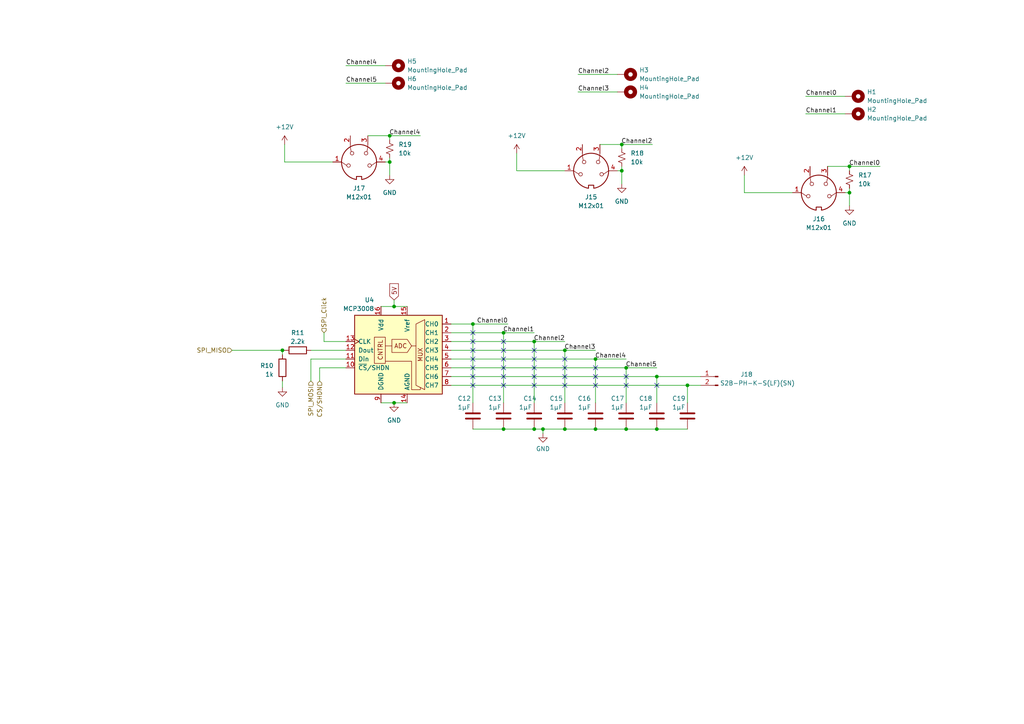
<source format=kicad_sch>
(kicad_sch (version 20230121) (generator eeschema)
  (paper "A4")
  (lib_symbols
    (symbol "Analog_ADC:MCP3008" (pin_names (offset 1.016))
      (property "Reference" "U" (at -5.08 13.335 0))
      (property "Value" "MCP3008" (at -5.08 11.43 0))
      (symbol "MCP3008_0_0"
        (text "ADC" (at -0.635 1.27 0) (effects (font (size 1.27 1.27))))
        (text "CNTRL" (at 5.969 -2.921 900) (effects (font (size 1.27 1.27)) (justify left bottom)))
        (text "MUX" (at -6.35 -1.27 900) (effects (font (size 1.27 1.27))))
      )
      (symbol "MCP3008_0_1"
        (polyline (pts (xy -3.81 1.27) (xy -5.08 1.27)))
        (polyline (pts (xy 1.905 1.27) (xy 3.81 1.27)))
        (polyline (pts (xy -7.62 8.89) (xy -7.62 -11.43) (xy -5.08 -10.16) (xy -5.08 7.62) (xy -7.62 8.89)))
        (polyline (pts (xy 3.81 -3.175) (xy -3.81 -3.175) (xy -3.81 -11.43) (xy -6.35 -11.43) (xy -6.35 -10.795)))
        (polyline (pts (xy 1.905 3.175) (xy 1.905 -0.635) (xy -2.54 -0.635) (xy -3.81 1.27) (xy -2.54 3.175) (xy 1.905 3.175)))
        (rectangle (start 3.81 -3.81) (end 6.985 3.81))
        (rectangle (start 12.7 -12.7) (end -12.7 10.16) (stroke (width 0.254)) (fill (type background)))
      )
      (symbol "MCP3008_1_1"
        (pin input line (at -15.24 7.62 0) (length 2.54) (name "CH0") (number "1"))
        (pin input line (at 15.24 -5.08 180) (length 2.54) (name "~{CS}/SHDN") (number "10"))
        (pin input line (at 15.24 -2.54 180) (length 2.54) (name "Din") (number "11"))
        (pin output line (at 15.24 0 180) (length 2.54) (name "Dout") (number "12"))
        (pin input clock (at 15.24 2.54 180) (length 2.54) (name "CLK") (number "13"))
        (pin power_in line (at -2.54 -15.24 90) (length 2.54) (name "AGND") (number "14"))
        (pin power_in line (at -2.54 12.7 270) (length 2.54) (name "Vref") (number "15"))
        (pin power_in line (at 5.08 12.7 270) (length 2.54) (name "Vdd") (number "16"))
        (pin input line (at -15.24 5.08 0) (length 2.54) (name "CH1") (number "2"))
        (pin input line (at -15.24 2.54 0) (length 2.54) (name "CH2") (number "3"))
        (pin input line (at -15.24 0 0) (length 2.54) (name "CH3") (number "4"))
        (pin input line (at -15.24 -2.54 0) (length 2.54) (name "CH4") (number "5"))
        (pin input line (at -15.24 -5.08 0) (length 2.54) (name "CH5") (number "6"))
        (pin input line (at -15.24 -7.62 0) (length 2.54) (name "CH6") (number "7"))
        (pin input line (at -15.24 -10.16 0) (length 2.54) (name "CH7") (number "8"))
        (pin power_in line (at 5.08 -15.24 90) (length 2.54) (name "DGND") (number "9"))
      )
    )
    (symbol "Connector:Conn_01x02_Pin" (pin_names (offset 1.016) hide)
      (property "Reference" "J" (at 0 2.54 0))
      (property "Value" "Conn_01x02_Pin" (at 0 -5.08 0))
      (symbol "Conn_01x02_Pin_1_1"
        (polyline (pts (xy 1.27 -2.54) (xy 0.8636 -2.54)) (stroke (width 0.1524)))
        (polyline (pts (xy 1.27 0) (xy 0.8636 0)) (stroke (width 0.1524)))
        (rectangle (start 0.8636 -2.413) (end 0 -2.667) (stroke (width 0.1524)) (fill (type outline)))
        (rectangle (start 0.8636 0.127) (end 0 -0.127) (stroke (width 0.1524)) (fill (type outline)))
        (pin passive line (at 5.08 0 180) (length 3.81) (name "Pin_1") (number "1"))
        (pin passive line (at 5.08 -2.54 180) (length 3.81) (name "Pin_2") (number "2"))
      )
    )
    (symbol "Connector:DIN-4" (pin_names (offset 1.016))
      (property "Reference" "J" (at 5.334 5.08 0))
      (property "Value" "DIN-4" (at 0 -6.35 0))
      (symbol "DIN-4_0_1"
        (arc (start -5.08 0) (mid -3.8609 -3.3364) (end -0.762 -5.08) (stroke (width 0.254)))
        (circle (center -3.048 -1.016) (radius 0.508))
        (circle (center -2.032 2.54) (radius 0.508))
        (polyline (pts (xy -3.556 -1.016) (xy -5.08 0)))
        (polyline (pts (xy 5.08 0) (xy 3.556 -1.016)))
        (polyline (pts (xy -2.54 5.08) (xy -2.54 4.318) (xy -2.286 3.048)))
        (polyline (pts (xy 2.54 5.08) (xy 2.54 4.318) (xy 2.286 3.048)))
        (polyline (pts (xy -0.762 -4.953) (xy -0.762 -4.191) (xy 0.762 -4.191) (xy 0.762 -4.953)) (stroke (width 0.254)))
        (arc (start 0.762 -5.08) (mid 3.8685 -3.343) (end 5.08 0) (stroke (width 0.254)))
        (circle (center 2.032 2.54) (radius 0.508))
        (circle (center 3.048 -1.016) (radius 0.508))
        (arc (start 5.08 0) (mid 0 5.0579) (end -5.08 0) (stroke (width 0.254)))
      )
      (symbol "DIN-4_1_1"
        (pin passive line (at -7.62 0 0) (length 2.54) (name "~") (number "1"))
        (pin passive line (at -2.54 7.62 270) (length 2.54) (name "~") (number "2"))
        (pin passive line (at 2.54 7.62 270) (length 2.54) (name "~") (number "3"))
        (pin passive line (at 7.62 0 180) (length 2.54) (name "~") (number "4"))
      )
    )
    (symbol "Device:C" (pin_numbers hide) (pin_names (offset 0.254))
      (property "Reference" "C" (at 0.635 2.54 0))
      (property "Value" "C" (at 0.635 -2.54 0))
      (symbol "C_0_1"
        (polyline (pts (xy -2.032 -0.762) (xy 2.032 -0.762)) (stroke (width 0.508)))
        (polyline (pts (xy -2.032 0.762) (xy 2.032 0.762)) (stroke (width 0.508)))
      )
      (symbol "C_1_1"
        (pin passive line (at 0 3.81 270) (length 2.794) (name "~") (number "1"))
        (pin passive line (at 0 -3.81 90) (length 2.794) (name "~") (number "2"))
      )
    )
    (symbol "Device:R" (pin_numbers hide) (pin_names (offset 0))
      (property "Reference" "R" (at 2.032 0 90))
      (property "Value" "R" (at 0 0 90))
      (symbol "R_0_1"
        (rectangle (start -1.016 -2.54) (end 1.016 2.54) (stroke (width 0.254)))
      )
      (symbol "R_1_1"
        (pin passive line (at 0 3.81 270) (length 1.27) (name "~") (number "1"))
        (pin passive line (at 0 -3.81 90) (length 1.27) (name "~") (number "2"))
      )
    )
    (symbol "Device:R_Small_US" (pin_numbers hide) (pin_names (offset 0.254) hide)
      (property "Reference" "R" (at 0.762 0.508 0))
      (property "Value" "R_Small_US" (at 0.762 -1.016 0))
      (symbol "R_Small_US_1_1"
        (polyline (pts (xy 0 0) (xy 1.016 -0.381) (xy 0 -0.762) (xy -1.016 -1.143) (xy 0 -1.524)))
        (polyline (pts (xy 0 1.524) (xy 1.016 1.143) (xy 0 0.762) (xy -1.016 0.381) (xy 0 0)))
        (pin passive line (at 0 2.54 270) (length 1.016) (name "~") (number "1"))
        (pin passive line (at 0 -2.54 90) (length 1.016) (name "~") (number "2"))
      )
    )
    (symbol "Mechanical:MountingHole_Pad" (pin_numbers hide) (pin_names (offset 1.016) hide)
      (property "Reference" "H" (at 0 6.35 0))
      (property "Value" "MountingHole_Pad" (at 0 4.445 0))
      (symbol "MountingHole_Pad_0_1"
        (circle (center 0 1.27) (radius 1.27) (stroke (width 1.27)))
      )
      (symbol "MountingHole_Pad_1_1"
        (pin input line (at 0 -2.54 90) (length 2.54) (name "1") (number "1"))
      )
    )
    (symbol "power:+12V" (power) (pin_names (offset 0))
      (property "Value" "+12V" (at 0 3.556 0))
      (symbol "+12V_0_1"
        (polyline (pts (xy -0.762 1.27) (xy 0 2.54)))
        (polyline (pts (xy 0 0) (xy 0 2.54)))
        (polyline (pts (xy 0 2.54) (xy 0.762 1.27)))
      )
      (symbol "+12V_1_1"
        (pin power_in line (at 0 0 90) (length 0) hide (name "+12V") (number "1"))
      )
    )
    (symbol "power:GND" (power) (pin_names (offset 0))
      (property "Value" "GND" (at 0 -3.81 0))
      (symbol "GND_0_1"
        (polyline (pts (xy 0 0) (xy 0 -1.27) (xy 1.27 -1.27) (xy 0 -2.54) (xy -1.27 -1.27) (xy 0 -1.27)))
      )
      (symbol "GND_1_1"
        (pin power_in line (at 0 0 270) (length 0) hide (name "GND") (number "1"))
      )
    )
  )
  (junction (at 154.94 99.06))
  (junction (at 163.83 124.46))
  (junction (at 181.61 124.46))
  (junction (at 137.16 93.98))
  (junction (at 172.72 104.14))
  (junction (at 172.72 124.46))
  (junction (at 246.38 48.26))
  (junction (at 190.5 124.46))
  (junction (at 113.03 39.37))
  (junction (at 246.38 55.88))
  (junction (at 113.03 46.99))
  (junction (at 154.94 124.46))
  (junction (at 180.34 41.91))
  (junction (at 146.05 124.46))
  (junction (at 114.3 116.84))
  (junction (at 190.5 109.22))
  (junction (at 114.3 88.9))
  (junction (at 81.915 101.6))
  (junction (at 163.83 101.6))
  (junction (at 146.05 96.52))
  (junction (at 180.34 49.53))
  (junction (at 157.48 124.46))
  (junction (at 181.61 106.68))
  (junction (at 199.39 111.76))
  (no_connect (at 137.16 104.14))
  (no_connect (at 137.16 101.6))
  (no_connect (at 146.05 104.14))
  (no_connect (at 146.05 109.22))
  (no_connect (at 137.16 111.76))
  (no_connect (at 146.05 106.68))
  (no_connect (at 137.16 96.52))
  (no_connect (at 137.16 109.22))
  (no_connect (at 154.94 111.76))
  (no_connect (at 154.94 109.22))
  (no_connect (at 163.83 104.14))
  (no_connect (at 154.94 101.6))
  (no_connect (at 172.72 111.76))
  (no_connect (at 163.83 109.22))
  (no_connect (at 137.16 106.68))
  (no_connect (at 172.72 106.68))
  (no_connect (at 181.61 109.22))
  (no_connect (at 146.05 101.6))
  (no_connect (at 137.16 99.06))
  (no_connect (at 146.05 99.06))
  (no_connect (at 181.61 111.76))
  (no_connect (at 190.5 111.76))
  (no_connect (at 146.05 111.76))
  (no_connect (at 163.83 111.76))
  (no_connect (at 172.72 109.22))
  (no_connect (at 163.83 106.68))
  (no_connect (at 154.94 106.68))
  (no_connect (at 154.94 104.14))
  (wire (pts (xy 149.86 49.53) (xy 163.83 49.53)))
  (wire (pts (xy 163.83 101.6) (xy 172.72 101.6)))
  (wire (pts (xy 255.27 48.26) (xy 246.38 48.26)))
  (wire (pts (xy 130.81 111.76) (xy 199.39 111.76)))
  (wire (pts (xy 163.83 124.46) (xy 157.48 124.46)))
  (wire (pts (xy 146.05 96.52) (xy 154.94 96.52)))
  (wire (pts (xy 111.76 46.99) (xy 113.03 46.99)))
  (wire (pts (xy 190.5 124.46) (xy 181.61 124.46)))
  (wire (pts (xy 81.915 110.49) (xy 81.915 112.395)))
  (wire (pts (xy 100.33 19.05) (xy 111.76 19.05)))
  (wire (pts (xy 90.17 110.49) (xy 90.17 104.14)))
  (wire (pts (xy 215.9 50.8) (xy 215.9 55.88)))
  (wire (pts (xy 146.05 96.52) (xy 146.05 116.84)))
  (wire (pts (xy 157.48 124.46) (xy 154.94 124.46)))
  (wire (pts (xy 81.915 101.6) (xy 82.55 101.6)))
  (wire (pts (xy 130.81 109.22) (xy 190.5 109.22)))
  (wire (pts (xy 130.81 93.98) (xy 137.16 93.98)))
  (wire (pts (xy 172.72 104.14) (xy 172.72 116.84)))
  (wire (pts (xy 180.34 43.18) (xy 180.34 41.91)))
  (wire (pts (xy 149.86 44.45) (xy 149.86 49.53)))
  (wire (pts (xy 154.94 99.06) (xy 163.83 99.06)))
  (wire (pts (xy 172.72 124.46) (xy 163.83 124.46)))
  (wire (pts (xy 167.64 26.67) (xy 179.07 26.67)))
  (wire (pts (xy 130.81 104.14) (xy 172.72 104.14)))
  (wire (pts (xy 137.16 93.98) (xy 147.32 93.98)))
  (wire (pts (xy 154.94 99.06) (xy 154.94 116.84)))
  (wire (pts (xy 114.3 116.84) (xy 110.49 116.84)))
  (wire (pts (xy 180.34 49.53) (xy 180.34 53.34)))
  (wire (pts (xy 181.61 106.68) (xy 190.5 106.68)))
  (wire (pts (xy 157.48 124.46) (xy 157.48 125.73)))
  (wire (pts (xy 90.17 104.14) (xy 100.33 104.14)))
  (wire (pts (xy 233.68 33.02) (xy 245.11 33.02)))
  (wire (pts (xy 172.72 104.14) (xy 181.61 104.14)))
  (wire (pts (xy 81.915 101.6) (xy 81.915 102.87)))
  (wire (pts (xy 167.64 21.59) (xy 179.07 21.59)))
  (wire (pts (xy 181.61 124.46) (xy 172.72 124.46)))
  (wire (pts (xy 113.03 39.37) (xy 106.68 39.37)))
  (wire (pts (xy 118.11 116.84) (xy 114.3 116.84)))
  (wire (pts (xy 113.03 46.99) (xy 113.03 45.72)))
  (wire (pts (xy 246.38 55.88) (xy 246.38 59.69)))
  (wire (pts (xy 110.49 88.9) (xy 114.3 88.9)))
  (wire (pts (xy 82.55 46.99) (xy 96.52 46.99)))
  (wire (pts (xy 180.34 49.53) (xy 180.34 48.26)))
  (wire (pts (xy 92.71 106.68) (xy 92.71 110.49)))
  (wire (pts (xy 113.03 46.99) (xy 113.03 50.8)))
  (wire (pts (xy 246.38 49.53) (xy 246.38 48.26)))
  (wire (pts (xy 82.55 41.91) (xy 82.55 46.99)))
  (wire (pts (xy 215.9 55.88) (xy 229.87 55.88)))
  (wire (pts (xy 199.39 124.46) (xy 190.5 124.46)))
  (wire (pts (xy 246.38 48.26) (xy 240.03 48.26)))
  (wire (pts (xy 179.07 49.53) (xy 180.34 49.53)))
  (wire (pts (xy 190.5 109.22) (xy 190.5 116.84)))
  (wire (pts (xy 199.39 111.76) (xy 199.39 116.84)))
  (wire (pts (xy 100.33 24.13) (xy 111.76 24.13)))
  (wire (pts (xy 163.83 101.6) (xy 163.83 116.84)))
  (wire (pts (xy 130.81 99.06) (xy 154.94 99.06)))
  (wire (pts (xy 93.98 99.06) (xy 100.33 99.06)))
  (wire (pts (xy 121.92 39.37) (xy 113.03 39.37)))
  (wire (pts (xy 113.03 40.64) (xy 113.03 39.37)))
  (wire (pts (xy 154.94 124.46) (xy 146.05 124.46)))
  (wire (pts (xy 130.81 106.68) (xy 181.61 106.68)))
  (wire (pts (xy 100.33 101.6) (xy 90.17 101.6)))
  (wire (pts (xy 114.3 88.9) (xy 118.11 88.9)))
  (wire (pts (xy 130.81 101.6) (xy 163.83 101.6)))
  (wire (pts (xy 130.81 96.52) (xy 146.05 96.52)))
  (wire (pts (xy 181.61 106.68) (xy 181.61 116.84)))
  (wire (pts (xy 92.71 106.68) (xy 100.33 106.68)))
  (wire (pts (xy 233.68 27.94) (xy 245.11 27.94)))
  (wire (pts (xy 189.23 41.91) (xy 180.34 41.91)))
  (wire (pts (xy 180.34 41.91) (xy 173.99 41.91)))
  (wire (pts (xy 137.16 93.98) (xy 137.16 116.84)))
  (wire (pts (xy 246.38 55.88) (xy 246.38 54.61)))
  (wire (pts (xy 199.39 111.76) (xy 203.2 111.76)))
  (wire (pts (xy 93.98 96.52) (xy 93.98 99.06)))
  (wire (pts (xy 137.16 124.46) (xy 146.05 124.46)))
  (wire (pts (xy 190.5 109.22) (xy 203.2 109.22)))
  (wire (pts (xy 245.11 55.88) (xy 246.38 55.88)))
  (wire (pts (xy 114.3 86.995) (xy 114.3 88.9)))
  (wire (pts (xy 67.31 101.6) (xy 81.915 101.6)))
  (label "Channel0" (at 233.68 27.94 0))
  (label "Channel3" (at 172.72 101.6 180))
  (label "Channel5" (at 190.5 106.68 180))
  (label "Channel4" (at 100.33 19.05 0))
  (label "Channel2" (at 163.83 99.06 180))
  (label "Channel4" (at 181.61 104.14 180))
  (label "Channel2" (at 189.23 41.91 180))
  (label "Channel2" (at 167.64 21.59 0))
  (label "Channel0" (at 255.27 48.26 180))
  (label "Channel5" (at 100.33 24.13 0))
  (label "Channel1" (at 154.94 96.52 180))
  (label "Channel3" (at 167.64 26.67 0))
  (label "Channel4" (at 121.92 39.37 180))
  (label "Channel1" (at 233.68 33.02 0))
  (label "Channel0" (at 147.32 93.98 180))
  (global_label "5V" (shape input) (at 114.3 86.995 90) (property "Intersheetrefs" "${INTERSHEET_REFS}" (effects hide)))
  (hierarchical_label "SPI_MOSI" (shape input) (at 90.17 110.49 270))
  (hierarchical_label "CS{slash}SHDN" (shape input) (at 92.71 110.49 270))
  (hierarchical_label "SPI_Click" (shape input) (at 93.98 96.52 90))
  (hierarchical_label "SPI_MISO" (shape input) (at 67.31 101.6 180))
  (symbol (lib_id "power:GND") (at 114.3 116.84 0) (mirror y) (unit 1)
    (property "Reference" "#PWR010" (effects hide))
    (property "Value" "GND" (at 114.3 121.92 0))
  )
  (symbol (lib_id "Mechanical:MountingHole_Pad") (at 114.3 24.13 270) (unit 1)
    (property "Reference" "H6" (at 118.11 22.86 90) (effects (justify left)))
    (property "Value" "MountingHole_Pad" (at 118.11 25.4 90) (effects (justify left)))
  )
  (symbol (lib_id "Device:R_Small_US") (at 246.38 52.07 180) (unit 1)
    (property "Reference" "R17" (at 248.92 50.8 0) (effects (justify right)))
    (property "Value" "10k" (at 248.92 53.34 0) (effects (justify right)))
  )
  (symbol (lib_id "Connector:DIN-4") (at 104.14 46.99 0) (unit 1)
    (property "Reference" "J17" (at 104.1401 54.61 0))
    (property "Value" "M12x01" (at 104.1401 57.15 0))
    (property "Datasheet" "http://www.mouser.com/ds/2/18/40_c091_abd_e-75918.pdf" (effects hide))
  )
  (symbol (lib_id "Mechanical:MountingHole_Pad") (at 181.61 21.59 270) (unit 1)
    (property "Reference" "H3" (at 185.42 20.32 90) (effects (justify left)))
    (property "Value" "MountingHole_Pad" (at 185.42 22.86 90) (effects (justify left)))
  )
  (symbol (lib_id "Device:R_Small_US") (at 113.03 43.18 180) (unit 1)
    (property "Reference" "R19" (at 115.57 41.91 0) (effects (justify right)))
    (property "Value" "10k" (at 115.57 44.45 0) (effects (justify right)))
  )
  (symbol (lib_id "power:GND") (at 113.03 50.8 0) (unit 1)
    (property "Reference" "#PWR020" (effects hide))
    (property "Value" "GND" (at 113.03 55.88 0))
  )
  (symbol (lib_id "Mechanical:MountingHole_Pad") (at 247.65 27.94 270) (unit 1)
    (property "Reference" "H1" (at 251.46 26.67 90) (effects (justify left)))
    (property "Value" "MountingHole_Pad" (at 251.46 29.21 90) (effects (justify left)))
  )
  (symbol (lib_id "Mechanical:MountingHole_Pad") (at 114.3 19.05 270) (unit 1)
    (property "Reference" "H5" (at 118.11 17.78 90) (effects (justify left)))
    (property "Value" "MountingHole_Pad" (at 118.11 20.32 90) (effects (justify left)))
  )
  (symbol (lib_id "Device:C") (at 146.05 120.65 0) (mirror y) (unit 1)
    (property "Reference" "C13" (at 141.605 115.57 0) (effects (justify right)))
    (property "Value" "1µF" (at 141.605 118.11 0) (effects (justify right)))
  )
  (symbol (lib_id "Device:R_Small_US") (at 180.34 45.72 180) (unit 1)
    (property "Reference" "R18" (at 182.88 44.45 0) (effects (justify right)))
    (property "Value" "10k" (at 182.88 46.99 0) (effects (justify right)))
  )
  (symbol (lib_id "power:GND") (at 81.915 112.395 0) (mirror y) (unit 1)
    (property "Reference" "#PWR09" (effects hide))
    (property "Value" "GND" (at 81.915 117.475 0))
  )
  (symbol (lib_id "Mechanical:MountingHole_Pad") (at 247.65 33.02 270) (unit 1)
    (property "Reference" "H2" (at 251.46 31.75 90) (effects (justify left)))
    (property "Value" "MountingHole_Pad" (at 251.46 34.29 90) (effects (justify left)))
  )
  (symbol (lib_id "Device:C") (at 163.83 120.65 0) (mirror y) (unit 1)
    (property "Reference" "C15" (at 159.385 115.57 0) (effects (justify right)))
    (property "Value" "1µF" (at 159.385 118.11 0) (effects (justify right)))
  )
  (symbol (lib_id "Device:C") (at 154.94 120.65 0) (mirror y) (unit 1)
    (property "Reference" "C14" (at 151.765 115.57 0) (effects (justify right)))
    (property "Value" "1µF" (at 150.495 118.11 0) (effects (justify right)))
  )
  (symbol (lib_id "Device:R") (at 86.36 101.6 90) (mirror x) (unit 1)
    (property "Reference" "R11" (at 86.36 96.52 90))
    (property "Value" "2.2k" (at 86.36 99.06 90))
  )
  (symbol (lib_id "Connector:DIN-4") (at 237.49 55.88 0) (unit 1)
    (property "Reference" "J16" (at 237.4901 63.5 0))
    (property "Value" "M12x01" (at 237.4901 66.04 0))
    (property "Datasheet" "http://www.mouser.com/ds/2/18/40_c091_abd_e-75918.pdf" (effects hide))
  )
  (symbol (lib_id "Analog_ADC:MCP3008") (at 115.57 101.6 0) (mirror y) (unit 1)
    (property "Reference" "U4" (at 108.5341 86.995 0) (effects (justify left)))
    (property "Value" "MCP3008" (at 108.5341 89.535 0) (effects (justify left)))
    (property "Datasheet" "http://ww1.microchip.com/downloads/en/DeviceDoc/21295d.pdf" (effects hide))
  )
  (symbol (lib_id "power:+12V") (at 149.86 44.45 0) (unit 1)
    (property "Reference" "#PWR017" (effects hide))
    (property "Value" "+12V" (at 149.86 39.37 0))
  )
  (symbol (lib_id "Device:C") (at 199.39 120.65 0) (mirror y) (unit 1)
    (property "Reference" "C19" (at 194.945 115.57 0) (effects (justify right)))
    (property "Value" "1µF" (at 194.945 118.11 0) (effects (justify right)))
  )
  (symbol (lib_id "Device:C") (at 137.16 120.65 0) (mirror y) (unit 1)
    (property "Reference" "C12" (at 132.715 115.57 0) (effects (justify right)))
    (property "Value" "1µF" (at 132.715 118.11 0) (effects (justify right)))
  )
  (symbol (lib_id "power:GND") (at 157.48 125.73 0) (unit 1)
    (property "Reference" "#PWR012" (effects hide))
    (property "Value" "GND" (at 157.48 130.175 0))
  )
  (symbol (lib_id "Mechanical:MountingHole_Pad") (at 181.61 26.67 270) (unit 1)
    (property "Reference" "H4" (at 185.42 25.4 90) (effects (justify left)))
    (property "Value" "MountingHole_Pad" (at 185.42 27.94 90) (effects (justify left)))
  )
  (symbol (lib_id "Connector:Conn_01x02_Pin") (at 208.28 109.22 0) (mirror y) (unit 1)
    (property "Reference" "J18" (at 216.535 108.585 0))
    (property "Value" "S2B-PH-K-S(LF)(SN)" (at 219.71 111.125 0))
  )
  (symbol (lib_id "Connector:DIN-4") (at 171.45 49.53 0) (unit 1)
    (property "Reference" "J15" (at 171.4501 57.15 0))
    (property "Value" "M12x01" (at 171.4501 59.69 0))
    (property "Datasheet" "http://www.mouser.com/ds/2/18/40_c091_abd_e-75918.pdf" (effects hide))
  )
  (symbol (lib_id "Device:C") (at 190.5 120.65 0) (mirror y) (unit 1)
    (property "Reference" "C18" (at 189.23 115.57 0) (effects (justify left)))
    (property "Value" "1µF" (at 189.23 118.11 0) (effects (justify left)))
  )
  (symbol (lib_id "power:GND") (at 180.34 53.34 0) (unit 1)
    (property "Reference" "#PWR018" (effects hide))
    (property "Value" "GND" (at 180.34 58.42 0))
  )
  (symbol (lib_id "Device:C") (at 181.61 120.65 0) (mirror y) (unit 1)
    (property "Reference" "C17" (at 177.165 115.57 0) (effects (justify right)))
    (property "Value" "1µF" (at 177.165 118.11 0) (effects (justify right)))
  )
  (symbol (lib_id "Device:C") (at 172.72 120.65 0) (mirror y) (unit 1)
    (property "Reference" "C16" (at 171.45 115.57 0) (effects (justify left)))
    (property "Value" "1µF" (at 171.45 118.11 0) (effects (justify left)))
  )
  (symbol (lib_id "power:GND") (at 246.38 59.69 0) (unit 1)
    (property "Reference" "#PWR016" (effects hide))
    (property "Value" "GND" (at 246.38 64.77 0))
  )
  (symbol (lib_id "Device:R") (at 81.915 106.68 0) (mirror x) (unit 1)
    (property "Reference" "R10" (at 79.375 106.045 0) (effects (justify right)))
    (property "Value" "1k" (at 79.375 108.585 0) (effects (justify right)))
  )
  (symbol (lib_id "power:+12V") (at 215.9 50.8 0) (unit 1)
    (property "Reference" "#PWR015" (effects hide))
    (property "Value" "+12V" (at 215.9 45.72 0))
  )
  (symbol (lib_id "power:+12V") (at 82.55 41.91 0) (unit 1)
    (property "Reference" "#PWR019" (effects hide))
    (property "Value" "+12V" (at 82.55 36.83 0))
  )
)
</source>
